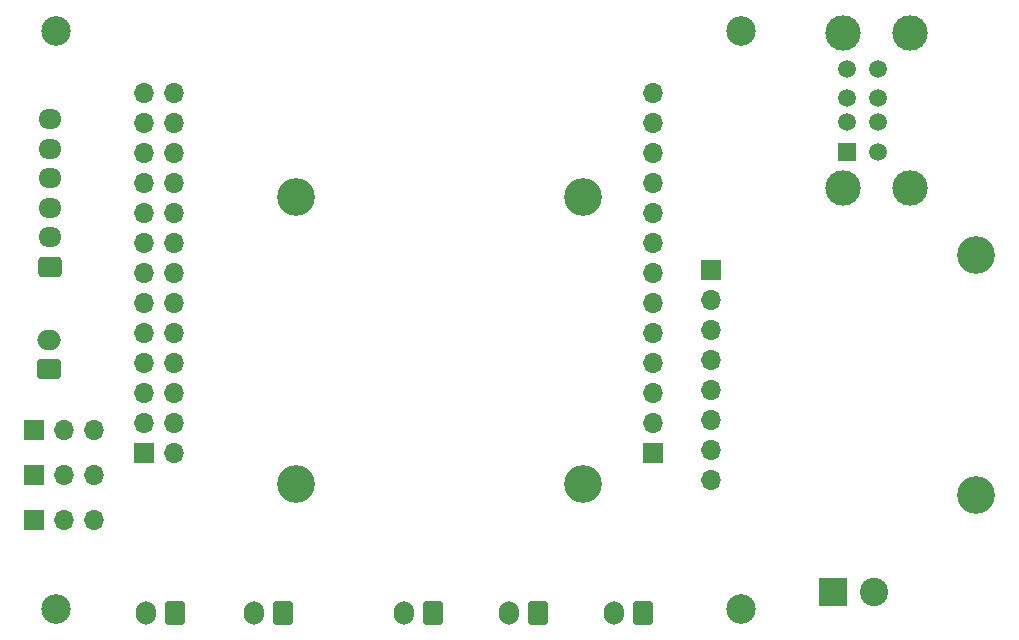
<source format=gbr>
%TF.GenerationSoftware,KiCad,Pcbnew,(6.0.0)*%
%TF.CreationDate,2022-10-17T11:18:19+08:00*%
%TF.ProjectId,orange_juice_board,6f72616e-6765-45f6-9a75-6963655f626f,rev?*%
%TF.SameCoordinates,Original*%
%TF.FileFunction,Soldermask,Bot*%
%TF.FilePolarity,Negative*%
%FSLAX46Y46*%
G04 Gerber Fmt 4.6, Leading zero omitted, Abs format (unit mm)*
G04 Created by KiCad (PCBNEW (6.0.0)) date 2022-10-17 11:18:19*
%MOMM*%
%LPD*%
G01*
G04 APERTURE LIST*
G04 Aperture macros list*
%AMRoundRect*
0 Rectangle with rounded corners*
0 $1 Rounding radius*
0 $2 $3 $4 $5 $6 $7 $8 $9 X,Y pos of 4 corners*
0 Add a 4 corners polygon primitive as box body*
4,1,4,$2,$3,$4,$5,$6,$7,$8,$9,$2,$3,0*
0 Add four circle primitives for the rounded corners*
1,1,$1+$1,$2,$3*
1,1,$1+$1,$4,$5*
1,1,$1+$1,$6,$7*
1,1,$1+$1,$8,$9*
0 Add four rect primitives between the rounded corners*
20,1,$1+$1,$2,$3,$4,$5,0*
20,1,$1+$1,$4,$5,$6,$7,0*
20,1,$1+$1,$6,$7,$8,$9,0*
20,1,$1+$1,$8,$9,$2,$3,0*%
G04 Aperture macros list end*
%ADD10RoundRect,0.250000X0.750000X-0.600000X0.750000X0.600000X-0.750000X0.600000X-0.750000X-0.600000X0*%
%ADD11O,2.000000X1.700000*%
%ADD12R,1.700000X1.700000*%
%ADD13O,1.700000X1.700000*%
%ADD14RoundRect,0.250000X0.600000X0.750000X-0.600000X0.750000X-0.600000X-0.750000X0.600000X-0.750000X0*%
%ADD15O,1.700000X2.000000*%
%ADD16C,3.200000*%
%ADD17RoundRect,0.250000X0.725000X-0.600000X0.725000X0.600000X-0.725000X0.600000X-0.725000X-0.600000X0*%
%ADD18O,1.950000X1.700000*%
%ADD19C,2.500000*%
%ADD20R,2.400000X2.400000*%
%ADD21C,2.400000*%
%ADD22R,1.500000X1.500000*%
%ADD23C,1.500000*%
%ADD24C,3.000000*%
G04 APERTURE END LIST*
D10*
%TO.C,J9*%
X92975000Y-92150000D03*
D11*
X92975000Y-89650000D03*
%TD*%
D12*
%TO.C,J2*%
X100980000Y-99250000D03*
D13*
X103520000Y-99250000D03*
X100980000Y-96710000D03*
X103520000Y-96710000D03*
X100980000Y-94170000D03*
X103520000Y-94170000D03*
X100980000Y-91630000D03*
X103520000Y-91630000D03*
X100980000Y-89090000D03*
X103520000Y-89090000D03*
X100980000Y-86550000D03*
X103520000Y-86550000D03*
X100980000Y-84010000D03*
X103520000Y-84010000D03*
X100980000Y-81470000D03*
X103520000Y-81470000D03*
X100980000Y-78930000D03*
X103520000Y-78930000D03*
X100980000Y-76390000D03*
X103520000Y-76390000D03*
X100980000Y-73850000D03*
X103520000Y-73850000D03*
X100980000Y-71310000D03*
X103520000Y-71310000D03*
X100980000Y-68770000D03*
X103520000Y-68770000D03*
%TD*%
D12*
%TO.C,J3*%
X144085000Y-99245000D03*
D13*
X144085000Y-96705000D03*
X144085000Y-94165000D03*
X144085000Y-91625000D03*
X144085000Y-89085000D03*
X144085000Y-86545000D03*
X144085000Y-84005000D03*
X144085000Y-81465000D03*
X144085000Y-78925000D03*
X144085000Y-78925000D03*
X144085000Y-76385000D03*
X144085000Y-73845000D03*
X144085000Y-73845000D03*
X144085000Y-71305000D03*
X144085000Y-68765000D03*
%TD*%
D14*
%TO.C,J8*%
X103632000Y-112776000D03*
D15*
X101132000Y-112776000D03*
%TD*%
D14*
%TO.C,J6*%
X125476000Y-112781000D03*
D15*
X122976000Y-112781000D03*
%TD*%
D16*
%TO.C,H8*%
X113850000Y-101850000D03*
%TD*%
%TO.C,H5*%
X138150000Y-77550000D03*
%TD*%
D14*
%TO.C,J5*%
X134366000Y-112776000D03*
D15*
X131866000Y-112776000D03*
%TD*%
D16*
%TO.C,H3*%
X171450000Y-82500000D03*
%TD*%
D17*
%TO.C,J11*%
X93000000Y-83500000D03*
D18*
X93000000Y-81000000D03*
X93000000Y-78500000D03*
X93000000Y-76000000D03*
X93000000Y-73500000D03*
X93000000Y-71000000D03*
%TD*%
D16*
%TO.C,H10*%
X138150000Y-101850000D03*
%TD*%
D19*
%TO.C,*%
X93500000Y-63500000D03*
%TD*%
%TO.C,*%
X151500000Y-63500000D03*
%TD*%
D20*
%TO.C,J1*%
X159286000Y-111000000D03*
D21*
X162786000Y-111000000D03*
%TD*%
D12*
%TO.C,J12*%
X149025000Y-83725000D03*
D13*
X149025000Y-86265000D03*
X149025000Y-88805000D03*
X149025000Y-91345000D03*
X149025000Y-93885000D03*
X149025000Y-96425000D03*
X149025000Y-98965000D03*
X149025000Y-101505000D03*
%TD*%
D14*
%TO.C,J7*%
X112756000Y-112793000D03*
D15*
X110256000Y-112793000D03*
%TD*%
D16*
%TO.C,H6*%
X171450000Y-102800000D03*
%TD*%
D19*
%TO.C,*%
X93500000Y-112500000D03*
%TD*%
D22*
%TO.C,USB1*%
X160506000Y-73731000D03*
D23*
X160506000Y-71231000D03*
X160506000Y-69231000D03*
X160506000Y-66731000D03*
X163126000Y-73731000D03*
X163126000Y-71231000D03*
X163126000Y-69231000D03*
X163126000Y-66731000D03*
D24*
X165836000Y-76801000D03*
X160156000Y-63661000D03*
X165836000Y-63661000D03*
X160156000Y-76801000D03*
%TD*%
D19*
%TO.C,*%
X151500000Y-112500000D03*
%TD*%
D12*
%TO.C,J13*%
X91694000Y-97282000D03*
D13*
X94234000Y-97282000D03*
X96774000Y-97282000D03*
%TD*%
D12*
%TO.C,J10*%
X91709000Y-104902000D03*
D13*
X94249000Y-104902000D03*
X96789000Y-104902000D03*
%TD*%
D12*
%TO.C,J14*%
X91709000Y-101092000D03*
D13*
X94249000Y-101092000D03*
X96789000Y-101092000D03*
%TD*%
D14*
%TO.C,J4*%
X143256000Y-112776000D03*
D15*
X140756000Y-112776000D03*
%TD*%
D16*
%TO.C,H2*%
X113850000Y-77550000D03*
%TD*%
M02*

</source>
